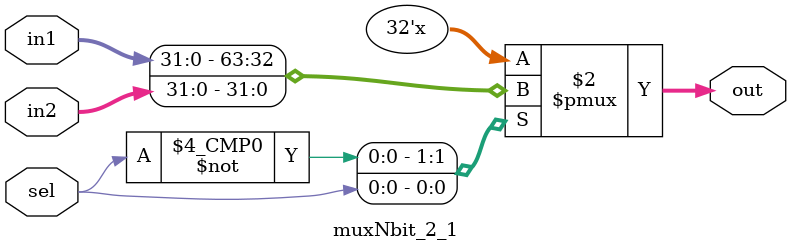
<source format=v>
module muxNbit_2_1 #(
    parameter N = 32
) (
    input sel,
    input [N-1:0] in1, in2,
    output reg [N-1:0] out
);
    always @(*) begin
        case (sel)
            0:
                out <= in1;
            1:
                out <= in2;
            default: begin
                out <= in1;
            end
        endcase
    end
endmodule
</source>
